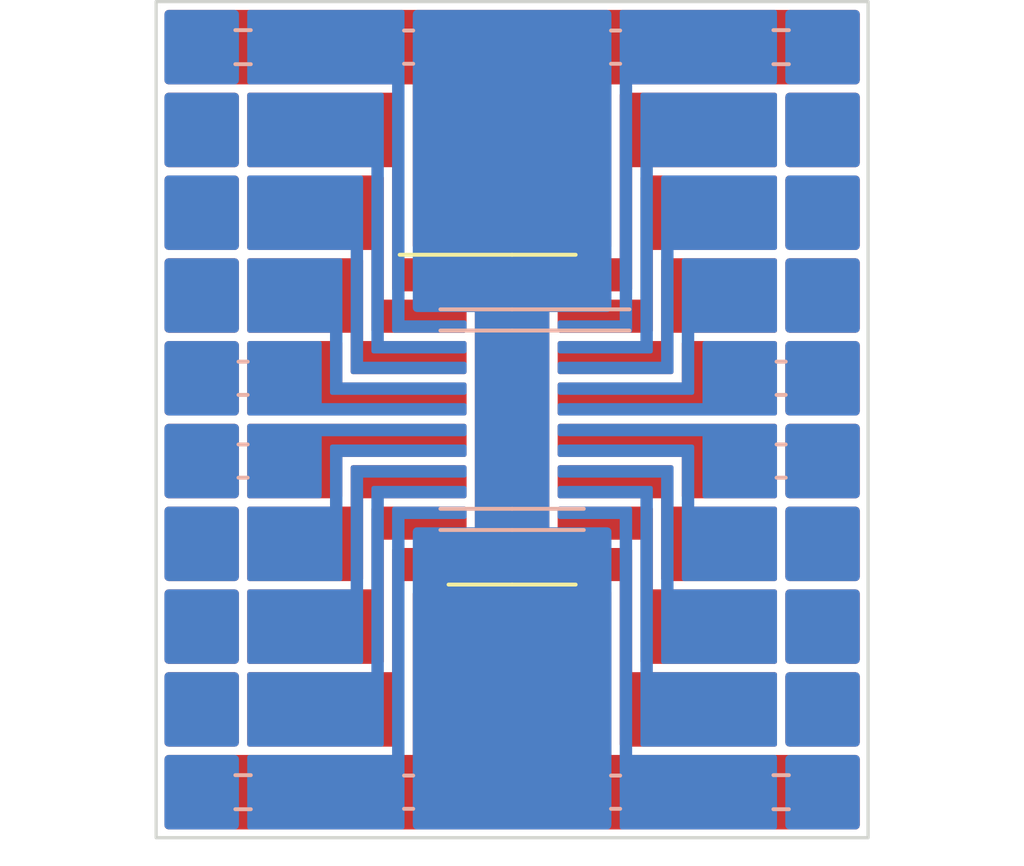
<source format=kicad_pcb>
(kicad_pcb (version 20211014) (generator pcbnew)
  (layers (0 "F.Cu" signal) (31 "B.Cu" signal) (34 "B.Paste" user) (35 "F.Paste" user) (36 "B.SilkS" user "B.Silkscreen") (37 "F.SilkS" user "F.Silkscreen") (38 "B.Mask" user) (39 "F.Mask" user) (44 "Edge.Cuts" user))
  (net 0 "")
  (footprint "Package_SO:SOIC-16_3.9x9.9mm_P1.27mm" (layer "F.Cu") (at 152.4 101.6)
    (fp_text reference "REF**" hide)
    (fp_text value "SOIC-16_3.9x9.9mm_P1.27mm")
    (fp_line (start 0 5.06) (end 1.95 5.06) (layer "F.SilkS") (width 0.12))
    (fp_line (start 0 5.06) (end -1.95 5.06) (layer "F.SilkS") (width 0.12))
    (fp_line (start 0 -5.06) (end -3.45 -5.06) (layer "F.SilkS") (width 0.12))
    (fp_line (start 0 -5.06) (end 1.95 -5.06) (layer "F.SilkS") (width 0.12))
  )
  (footprint "Resistor_SMD:R_0603_1608Metric" (layer "B.Cu") (at 160.655 90.17 180)
    (fp_text reference "REF**" hide)
    (fp_text value "R_0603_1608Metric")
    (fp_line (start -0.237258 0.5225) (end 0.237258 0.5225) (layer "B.SilkS") (width 0.12))
    (fp_line (start -0.237258 -0.5225) (end 0.237258 -0.5225) (layer "B.SilkS") (width 0.12))
  )
  (footprint "Capacitor_SMD:C_0603_1608Metric" (layer "B.Cu") (at 144.145 102.87 180)
    (fp_text reference "REF**" hide)
    (fp_text value "C_0603_1608Metric")
    (fp_line (start -0.14058 0.51) (end 0.14058 0.51) (layer "B.SilkS") (width 0.12))
    (fp_line (start -0.14058 -0.51) (end 0.14058 -0.51) (layer "B.SilkS") (width 0.12))
  )
  (footprint "Capacitor_SMD:C_0603_1608Metric" (layer "B.Cu") (at 149.225 90.17 180)
    (fp_text reference "REF**" hide)
    (fp_text value "C_0603_1608Metric")
    (fp_line (start -0.14058 0.51) (end 0.14058 0.51) (layer "B.SilkS") (width 0.12))
    (fp_line (start -0.14058 -0.51) (end 0.14058 -0.51) (layer "B.SilkS") (width 0.12))
  )
  (footprint "Package_SO:TSSOP-20_4.4x6.5mm_P0.65mm" (layer "B.Cu") (at 152.4 101.6 180)
    (fp_text reference "REF**" hide)
    (fp_text value "TSSOP-20_4.4x6.5mm_P0.65mm")
    (fp_line (start 0 -3.385) (end 2.2 -3.385) (layer "B.SilkS") (width 0.12))
    (fp_line (start 0 3.385) (end 2.2 3.385) (layer "B.SilkS") (width 0.12))
    (fp_line (start 0 -3.385) (end -2.2 -3.385) (layer "B.SilkS") (width 0.12))
    (fp_line (start 0 3.385) (end -3.6 3.385) (layer "B.SilkS") (width 0.12))
  )
  (footprint "Capacitor_SMD:C_0603_1608Metric" (layer "B.Cu") (at 160.655 102.87 180)
    (fp_text reference "REF**" hide)
    (fp_text value "C_0603_1608Metric")
    (fp_line (start -0.14058 -0.51) (end 0.14058 -0.51) (layer "B.SilkS") (width 0.12))
    (fp_line (start -0.14058 0.51) (end 0.14058 0.51) (layer "B.SilkS") (width 0.12))
  )
  (footprint "Capacitor_SMD:C_0603_1608Metric" (layer "B.Cu") (at 155.575 113.03 180)
    (fp_text reference "REF**" hide)
    (fp_text value "C_0603_1608Metric")
    (fp_line (start -0.14058 -0.51) (end 0.14058 -0.51) (layer "B.SilkS") (width 0.12))
    (fp_line (start -0.14058 0.51) (end 0.14058 0.51) (layer "B.SilkS") (width 0.12))
  )
  (footprint "Capacitor_SMD:C_0603_1608Metric" (layer "B.Cu") (at 160.655 100.33 180)
    (fp_text reference "REF**" hide)
    (fp_text value "C_0603_1608Metric")
    (fp_line (start -0.14058 0.51) (end 0.14058 0.51) (layer "B.SilkS") (width 0.12))
    (fp_line (start -0.14058 -0.51) (end 0.14058 -0.51) (layer "B.SilkS") (width 0.12))
  )
  (footprint "Resistor_SMD:R_0603_1608Metric" (layer "B.Cu") (at 144.145 90.17 180)
    (fp_text reference "REF**" hide)
    (fp_text value "R_0603_1608Metric")
    (fp_line (start -0.237258 -0.5225) (end 0.237258 -0.5225) (layer "B.SilkS") (width 0.12))
    (fp_line (start -0.237258 0.5225) (end 0.237258 0.5225) (layer "B.SilkS") (width 0.12))
  )
  (footprint "Capacitor_SMD:C_0603_1608Metric" (layer "B.Cu") (at 155.575 90.17 180)
    (fp_text reference "REF**" hide)
    (fp_text value "C_0603_1608Metric")
    (fp_line (start -0.14058 -0.51) (end 0.14058 -0.51) (layer "B.SilkS") (width 0.12))
    (fp_line (start -0.14058 0.51) (end 0.14058 0.51) (layer "B.SilkS") (width 0.12))
  )
  (footprint "Capacitor_SMD:C_0603_1608Metric" (layer "B.Cu") (at 149.225 113.03 180)
    (fp_text reference "REF**" hide)
    (fp_text value "C_0603_1608Metric")
    (fp_line (start -0.14058 -0.51) (end 0.14058 -0.51) (layer "B.SilkS") (width 0.12))
    (fp_line (start -0.14058 0.51) (end 0.14058 0.51) (layer "B.SilkS") (width 0.12))
  )
  (footprint "Resistor_SMD:R_0603_1608Metric" (layer "B.Cu") (at 160.655 113.03 180)
    (fp_text reference "REF**" hide)
    (fp_text value "R_0603_1608Metric")
    (fp_line (start -0.237258 0.5225) (end 0.237258 0.5225) (layer "B.SilkS") (width 0.12))
    (fp_line (start -0.237258 -0.5225) (end 0.237258 -0.5225) (layer "B.SilkS") (width 0.12))
  )
  (footprint "Package_SO:TSSOP-16_4.4x5mm_P0.65mm" (layer "B.Cu") (at 152.4 101.6 180)
    (fp_text reference "REF**" hide)
    (fp_text value "TSSOP-16_4.4x5mm_P0.65mm")
    (fp_line (start 0 -2.735) (end 2.2 -2.735) (layer "B.SilkS") (width 0.12))
    (fp_line (start 0 -2.735) (end -2.2 -2.735) (layer "B.SilkS") (width 0.12))
    (fp_line (start 0 2.735) (end -3.6 2.735) (layer "B.SilkS") (width 0.12))
    (fp_line (start 0 2.735) (end 2.2 2.735) (layer "B.SilkS") (width 0.12))
  )
  (footprint "Resistor_SMD:R_0603_1608Metric" (layer "B.Cu") (at 144.145 113.03 180)
    (fp_text reference "REF**" hide)
    (fp_text value "R_0603_1608Metric")
    (fp_line (start -0.237258 -0.5225) (end 0.237258 -0.5225) (layer "B.SilkS") (width 0.12))
    (fp_line (start -0.237258 0.5225) (end 0.237258 0.5225) (layer "B.SilkS") (width 0.12))
  )
  (footprint "Capacitor_SMD:C_0603_1608Metric" (layer "B.Cu") (at 144.145 100.33 180)
    (fp_text reference "REF**" hide)
    (fp_text value "C_0603_1608Metric")
    (fp_line (start -0.14058 -0.51) (end 0.14058 -0.51) (layer "B.SilkS") (width 0.12))
    (fp_line (start -0.14058 0.51) (end 0.14058 0.51) (layer "B.SilkS") (width 0.12))
  )
  (gr_rect (start 141.478 88.773) (end 163.322 114.427) (layer "Edge.Cuts") (width 0.1) (fill none))
  (zone (net 0) (net_name "") (layer "F.Cu") (connect_pads yes (clearance 0.127)) (min_thickness 0.127) (fill yes (thermal_gap 0.127) (thermal_bridge_width 0.508) (island_removal_mode 1) (island_area_min 0))
    (polygon (pts (xy 153.797 96.647) (xy 155.702 96.647) (xy 155.702 91.567) (xy 160.528 91.567) (xy 160.528 93.853) (xy 156.083 93.853) (xy 156.083 97.663) (xy 153.797 97.663)))
  )
  (zone (net 0) (net_name "") (layer "F.Cu") (connect_pads (clearance 0.127)) (min_thickness 0.254) (fill yes (thermal_gap 0.508) (thermal_bridge_width 0.508))
    (polygon (pts (xy 163.068 93.853) (xy 160.782 93.853) (xy 160.782 91.567) (xy 163.068 91.567)))
  )
  (zone (net 0) (net_name "") (layer "F.Cu") (connect_pads (clearance 0.127)) (min_thickness 0.254) (fill yes (thermal_gap 0.508) (thermal_bridge_width 0.508))
    (polygon (pts (xy 144.018 96.393) (xy 141.732 96.393) (xy 141.732 94.107) (xy 144.018 94.107)))
  )
  (zone (net 0) (net_name "") (layer "F.Cu") (connect_pads (clearance 0.127)) (min_thickness 0.254) (fill yes (thermal_gap 0.508) (thermal_bridge_width 0.508))
    (polygon (pts (xy 144.018 106.553) (xy 141.732 106.553) (xy 141.732 104.267) (xy 144.018 104.267)))
  )
  (zone (net 0) (net_name "") (layer "F.Cu") (connect_pads yes (clearance 0.127)) (min_thickness 0.127) (fill yes (thermal_gap 0.127) (thermal_bridge_width 0.508) (island_removal_mode 1) (island_area_min 0))
    (polygon (pts (xy 153.797 99.187) (xy 156.972 99.187) (xy 156.972 96.647) (xy 160.528 96.647) (xy 160.528 98.933) (xy 157.353 98.933) (xy 157.353 100.203) (xy 153.797 100.203)))
  )
  (zone (net 0) (net_name "") (layer "F.Cu") (connect_pads yes (clearance 0.127)) (min_thickness 0.127) (fill yes (thermal_gap 0.127) (thermal_bridge_width 0.508) (island_removal_mode 1) (island_area_min 0))
    (polygon (pts (xy 156.972 106.553) (xy 156.972 104.013) (xy 153.797 104.013) (xy 153.797 102.997) (xy 157.353 102.997) (xy 157.353 104.267) (xy 160.528 104.267) (xy 160.528 106.553)))
  )
  (zone (net 0) (net_name "") (layer "F.Cu") (connect_pads (clearance 0.127)) (min_thickness 0.254) (fill yes (thermal_gap 0.508) (thermal_bridge_width 0.508))
    (polygon (pts (xy 163.068 91.313) (xy 155.448 91.313) (xy 155.448 96.393) (xy 153.543 96.393) (xy 153.543 106.807) (xy 155.448 106.807) (xy 155.448 111.887) (xy 163.068 111.887) (xy 163.068 114.173) (xy 141.732 114.173) (xy 141.732 111.887) (xy 149.352 111.887) (xy 149.352 106.807) (xy 151.257 106.807) (xy 151.257 96.393) (xy 149.352 96.393) (xy 149.352 91.313) (xy 141.732 91.313) (xy 141.732 89.027) (xy 163.068 89.027)))
  )
  (zone (net 0) (net_name "") (layer "F.Cu") (connect_pads (clearance 0.127)) (min_thickness 0.254) (fill yes (thermal_gap 0.508) (thermal_bridge_width 0.508))
    (polygon (pts (xy 163.068 96.393) (xy 160.782 96.393) (xy 160.782 94.107) (xy 163.068 94.107)))
  )
  (zone (net 0) (net_name "") (layer "F.Cu") (connect_pads (clearance 0.127)) (min_thickness 0.254) (fill yes (thermal_gap 0.508) (thermal_bridge_width 0.508))
    (polygon (pts (xy 144.018 109.093) (xy 141.732 109.093) (xy 141.732 106.807) (xy 144.018 106.807)))
  )
  (zone (net 0) (net_name "") (layer "F.Cu") (connect_pads (clearance 0.127)) (min_thickness 0.254) (fill yes (thermal_gap 0.508) (thermal_bridge_width 0.508))
    (polygon (pts (xy 163.068 106.553) (xy 160.782 106.553) (xy 160.782 104.267) (xy 163.068 104.267)))
  )
  (zone (net 0) (net_name "") (layer "F.Cu") (connect_pads yes (clearance 0.127)) (min_thickness 0.127) (fill yes (thermal_gap 0.127) (thermal_bridge_width 0.508) (island_removal_mode 1) (island_area_min 0))
    (polygon (pts (xy 156.337 109.093) (xy 156.337 105.283) (xy 153.797 105.283) (xy 153.797 104.267) (xy 156.718 104.267) (xy 156.718 106.807) (xy 160.528 106.807) (xy 160.528 109.093)))
  )
  (zone (net 0) (net_name "") (layer "F.Cu") (connect_pads (clearance 0.127)) (min_thickness 0.254) (fill yes (thermal_gap 0.508) (thermal_bridge_width 0.508))
    (polygon (pts (xy 163.068 109.093) (xy 160.782 109.093) (xy 160.782 106.807) (xy 163.068 106.807)))
  )
  (zone (net 0) (net_name "") (layer "F.Cu") (connect_pads (clearance 0.127)) (min_thickness 0.254) (fill yes (thermal_gap 0.508) (thermal_bridge_width 0.508))
    (polygon (pts (xy 144.018 104.013) (xy 141.732 104.013) (xy 141.732 101.727) (xy 144.018 101.727)))
  )
  (zone (net 0) (net_name "") (layer "F.Cu") (connect_pads yes (clearance 0.127)) (min_thickness 0.127) (fill yes (thermal_gap 0.127) (thermal_bridge_width 0.508) (island_removal_mode 1) (island_area_min 0))
    (polygon (pts (xy 155.702 111.633) (xy 155.702 106.553) (xy 153.797 106.553) (xy 153.797 105.537) (xy 156.083 105.537) (xy 156.083 109.347) (xy 160.528 109.347) (xy 160.528 111.633)))
  )
  (zone (net 0) (net_name "") (layer "F.Cu") (connect_pads yes (clearance 0.127)) (min_thickness 0.127) (fill yes (thermal_gap 0.127) (thermal_bridge_width 0.508) (island_removal_mode 1) (island_area_min 0))
    (polygon (pts (xy 148.463 94.107) (xy 148.463 97.917) (xy 151.003 97.917) (xy 151.003 98.933) (xy 148.082 98.933) (xy 148.082 96.393) (xy 144.272 96.393) (xy 144.272 94.107)))
  )
  (zone (net 0) (net_name "") (layer "F.Cu") (connect_pads (clearance 0.127)) (min_thickness 0.254) (fill yes (thermal_gap 0.508) (thermal_bridge_width 0.508))
    (polygon (pts (xy 163.068 111.633) (xy 160.782 111.633) (xy 160.782 109.347) (xy 163.068 109.347)))
  )
  (zone (net 0) (net_name "") (layer "F.Cu") (connect_pads yes (clearance 0.127)) (min_thickness 0.127) (fill yes (thermal_gap 0.127) (thermal_bridge_width 0.508) (island_removal_mode 1) (island_area_min 0))
    (polygon (pts (xy 151.003 102.743) (xy 147.193 102.743) (xy 147.193 104.013) (xy 144.272 104.013) (xy 144.272 101.727) (xy 151.003 101.727)))
  )
  (zone (net 0) (net_name "") (layer "F.Cu") (connect_pads (clearance 0.127)) (min_thickness 0.254) (fill yes (thermal_gap 0.508) (thermal_bridge_width 0.508))
    (polygon (pts (xy 163.068 101.473) (xy 160.782 101.473) (xy 160.782 99.187) (xy 163.068 99.187)))
  )
  (zone (net 0) (net_name "") (layer "F.Cu") (connect_pads yes (clearance 0.127)) (min_thickness 0.127) (fill yes (thermal_gap 0.127) (thermal_bridge_width 0.508) (island_removal_mode 1) (island_area_min 0))
    (polygon (pts (xy 153.797 100.457) (xy 157.607 100.457) (xy 157.607 99.187) (xy 160.528 99.187) (xy 160.528 101.473) (xy 153.797 101.473)))
  )
  (zone (net 0) (net_name "") (layer "F.Cu") (connect_pads yes (clearance 0.127)) (min_thickness 0.127) (fill yes (thermal_gap 0.127) (thermal_bridge_width 0.508) (island_removal_mode 1) (island_area_min 0))
    (polygon (pts (xy 149.098 91.567) (xy 149.098 96.647) (xy 151.003 96.647) (xy 151.003 97.663) (xy 148.717 97.663) (xy 148.717 93.853) (xy 144.272 93.853) (xy 144.272 91.567)))
  )
  (zone (net 0) (net_name "") (layer "F.Cu") (connect_pads yes (clearance 0.127)) (min_thickness 0.127) (fill yes (thermal_gap 0.127) (thermal_bridge_width 0.508) (island_removal_mode 1) (island_area_min 0))
    (polygon (pts (xy 151.003 106.553) (xy 149.098 106.553) (xy 149.098 111.633) (xy 144.272 111.633) (xy 144.272 109.347) (xy 148.717 109.347) (xy 148.717 105.537) (xy 151.003 105.537)))
  )
  (zone (net 0) (net_name "") (layer "F.Cu") (connect_pads yes (clearance 0.127)) (min_thickness 0.127) (fill yes (thermal_gap 0.127) (thermal_bridge_width 0.508) (island_removal_mode 1) (island_area_min 0))
    (polygon (pts (xy 153.797 97.917) (xy 156.337 97.917) (xy 156.337 94.107) (xy 160.528 94.107) (xy 160.528 96.393) (xy 156.718 96.393) (xy 156.718 98.933) (xy 153.797 98.933)))
  )
  (zone (net 0) (net_name "") (layer "F.Cu") (connect_pads (clearance 0.127)) (min_thickness 0.254) (fill yes (thermal_gap 0.508) (thermal_bridge_width 0.508))
    (polygon (pts (xy 144.018 101.473) (xy 141.732 101.473) (xy 141.732 99.187) (xy 144.018 99.187)))
  )
  (zone (net 0) (net_name "") (layer "F.Cu") (connect_pads (clearance 0.127)) (min_thickness 0.254) (fill yes (thermal_gap 0.508) (thermal_bridge_width 0.508))
    (polygon (pts (xy 163.068 104.013) (xy 160.782 104.013) (xy 160.782 101.727) (xy 163.068 101.727)))
  )
  (zone (net 0) (net_name "") (layer "F.Cu") (connect_pads yes (clearance 0.127)) (min_thickness 0.127) (fill yes (thermal_gap 0.127) (thermal_bridge_width 0.508) (island_removal_mode 1) (island_area_min 0))
    (polygon (pts (xy 157.607 102.743) (xy 153.797 102.743) (xy 153.797 101.727) (xy 160.528 101.727) (xy 160.528 104.013) (xy 157.607 104.013)))
  )
  (zone (net 0) (net_name "") (layer "F.Cu") (connect_pads (clearance 0.127)) (min_thickness 0.254) (fill yes (thermal_gap 0.508) (thermal_bridge_width 0.508))
    (polygon (pts (xy 163.068 98.933) (xy 160.782 98.933) (xy 160.782 96.647) (xy 163.068 96.647)))
  )
  (zone (net 0) (net_name "") (layer "F.Cu") (connect_pads (clearance 0.127)) (min_thickness 0.254) (fill yes (thermal_gap 0.508) (thermal_bridge_width 0.508))
    (polygon (pts (xy 144.018 111.633) (xy 141.732 111.633) (xy 141.732 109.347) (xy 144.018 109.347)))
  )
  (zone (net 0) (net_name "") (layer "F.Cu") (connect_pads yes (clearance 0.127)) (min_thickness 0.127) (fill yes (thermal_gap 0.127) (thermal_bridge_width 0.508) (island_removal_mode 1) (island_area_min 0))
    (polygon (pts (xy 147.828 96.647) (xy 147.828 99.187) (xy 151.003 99.187) (xy 151.003 100.203) (xy 147.447 100.203) (xy 147.447 98.933) (xy 144.272 98.933) (xy 144.272 96.647)))
  )
  (zone (net 0) (net_name "") (layer "F.Cu") (connect_pads (clearance 0.127)) (min_thickness 0.254) (fill yes (thermal_gap 0.508) (thermal_bridge_width 0.508))
    (polygon (pts (xy 144.018 93.853) (xy 141.732 93.853) (xy 141.732 91.567) (xy 144.018 91.567)))
  )
  (zone (net 0) (net_name "") (layer "F.Cu") (connect_pads (clearance 0.127)) (min_thickness 0.254) (fill yes (thermal_gap 0.508) (thermal_bridge_width 0.508))
    (polygon (pts (xy 144.018 98.933) (xy 141.732 98.933) (xy 141.732 96.647) (xy 144.018 96.647)))
  )
  (zone (net 0) (net_name "") (layer "F.Cu") (connect_pads yes (clearance 0.127)) (min_thickness 0.127) (fill yes (thermal_gap 0.127) (thermal_bridge_width 0.508) (island_removal_mode 1) (island_area_min 0))
    (polygon (pts (xy 147.193 100.457) (xy 151.003 100.457) (xy 151.003 101.473) (xy 144.272 101.473) (xy 144.272 99.187) (xy 147.193 99.187)))
  )
  (zone (net 0) (net_name "") (layer "F.Cu") (connect_pads yes (clearance 0.127)) (min_thickness 0.127) (fill yes (thermal_gap 0.127) (thermal_bridge_width 0.508) (island_removal_mode 1) (island_area_min 0))
    (polygon (pts (xy 151.003 105.283) (xy 148.463 105.283) (xy 148.463 109.093) (xy 144.272 109.093) (xy 144.272 106.807) (xy 148.082 106.807) (xy 148.082 104.267) (xy 151.003 104.267)))
  )
  (zone (net 0) (net_name "") (layer "F.Cu") (connect_pads yes (clearance 0.127)) (min_thickness 0.127) (fill yes (thermal_gap 0.127) (thermal_bridge_width 0.508) (island_removal_mode 1) (island_area_min 0))
    (polygon (pts (xy 151.003 104.013) (xy 147.828 104.013) (xy 147.828 106.553) (xy 144.272 106.553) (xy 144.272 104.267) (xy 147.447 104.267) (xy 147.447 102.997) (xy 151.003 102.997)))
  )
  (zone (net 0) (net_name "") (layer "B.Cu") (connect_pads yes (clearance 0.127)) (min_thickness 0.127) (fill yes (thermal_gap 0.127) (thermal_bridge_width 0.508) (island_removal_mode 1) (island_area_min 0))
    (polygon (pts (xy 151.003 100.457) (xy 147.193 100.457) (xy 147.193 96.647) (xy 144.272 96.647) (xy 144.272 98.933) (xy 146.812 98.933) (xy 146.812 100.838) (xy 151.003 100.838)))
  )
  (zone (net 0) (net_name "") (layer "B.Cu") (connect_pads yes (clearance 0.127)) (min_thickness 0.127) (fill yes (thermal_gap 0.127) (thermal_bridge_width 0.508) (island_removal_mode 1) (island_area_min 0))
    (polygon (pts (xy 151.003 99.187) (xy 148.463 99.187) (xy 148.463 91.567) (xy 144.272 91.567) (xy 144.272 93.853) (xy 148.082 93.853) (xy 148.082 99.568) (xy 151.003 99.568)))
  )
  (zone (net 0) (net_name "") (layer "B.Cu") (connect_pads (clearance 0.127)) (min_thickness 0.254) (fill yes (thermal_gap 0.508) (thermal_bridge_width 0.508))
    (polygon (pts (xy 149.352 98.298) (xy 151.257 98.298) (xy 151.257 104.902) (xy 149.352 104.902) (xy 149.352 114.173) (xy 155.448 114.173) (xy 155.448 104.902) (xy 153.543 104.902) (xy 153.543 98.298) (xy 155.448 98.298) (xy 155.448 89.027) (xy 149.352 89.027)))
  )
  (zone (net 0) (net_name "") (layer "B.Cu") (connect_pads yes (clearance 0.127)) (min_thickness 0.127) (fill yes (thermal_gap 0.127) (thermal_bridge_width 0.508) (island_removal_mode 1) (island_area_min 0))
    (polygon (pts (xy 156.337 91.567) (xy 156.337 99.187) (xy 153.797 99.187) (xy 153.797 99.568) (xy 156.718 99.568) (xy 156.718 93.853) (xy 160.528 93.853) (xy 160.528 91.567)))
  )
  (zone (net 0) (net_name "") (layer "B.Cu") (connect_pads (clearance 0.127)) (min_thickness 0.254) (fill yes (thermal_gap 0.508) (thermal_bridge_width 0.508))
    (polygon (pts (xy 160.782 111.633) (xy 163.068 111.633) (xy 163.068 109.347) (xy 160.782 109.347)))
  )
  (zone (net 0) (net_name "") (layer "B.Cu") (connect_pads (clearance 0.127)) (min_thickness 0.254) (fill yes (thermal_gap 0.508) (thermal_bridge_width 0.508))
    (polygon (pts (xy 141.732 91.313) (xy 144.018 91.313) (xy 144.018 89.027) (xy 141.732 89.027)))
  )
  (zone (net 0) (net_name "") (layer "B.Cu") (connect_pads yes (clearance 0.127)) (min_thickness 0.127) (fill yes (thermal_gap 0.127) (thermal_bridge_width 0.508) (island_removal_mode 1) (island_area_min 0))
    (polygon (pts (xy 153.797 103.378) (xy 156.972 103.378) (xy 156.972 109.093) (xy 160.528 109.093) (xy 160.528 106.807) (xy 157.353 106.807) (xy 157.353 102.997) (xy 153.797 102.997)))
  )
  (zone (net 0) (net_name "") (layer "B.Cu") (connect_pads yes (clearance 0.127)) (min_thickness 0.127) (fill yes (thermal_gap 0.127) (thermal_bridge_width 0.508) (island_removal_mode 1) (island_area_min 0))
    (polygon (pts (xy 149.098 114.173) (xy 149.098 104.648) (xy 151.003 104.648) (xy 151.003 104.267) (xy 148.717 104.267) (xy 148.717 111.887) (xy 144.272 111.887) (xy 144.272 114.173)))
  )
  (zone (net 0) (net_name "") (layer "B.Cu") (connect_pads yes (clearance 0.127)) (min_thickness 0.127) (fill yes (thermal_gap 0.127) (thermal_bridge_width 0.508) (island_removal_mode 1) (island_area_min 0))
    (polygon (pts (xy 156.972 94.107) (xy 156.972 99.822) (xy 153.797 99.822) (xy 153.797 100.203) (xy 157.353 100.203) (xy 157.353 96.393) (xy 160.528 96.393) (xy 160.528 94.107)))
  )
  (zone (net 0) (net_name "") (layer "B.Cu") (connect_pads yes (clearance 0.127)) (min_thickness 0.127) (fill yes (thermal_gap 0.127) (thermal_bridge_width 0.508) (island_removal_mode 1) (island_area_min 0))
    (polygon (pts (xy 147.193 106.553) (xy 147.193 102.743) (xy 151.003 102.743) (xy 151.003 102.362) (xy 146.812 102.362) (xy 146.812 104.267) (xy 144.272 104.267) (xy 144.272 106.553)))
  )
  (zone (net 0) (net_name "") (layer "B.Cu") (connect_pads yes (clearance 0.127)) (min_thickness 0.127) (fill yes (thermal_gap 0.127) (thermal_bridge_width 0.508) (island_removal_mode 1) (island_area_min 0))
    (polygon (pts (xy 148.463 111.633) (xy 148.463 104.013) (xy 151.003 104.013) (xy 151.003 103.632) (xy 148.082 103.632) (xy 148.082 109.347) (xy 144.272 109.347) (xy 144.272 111.633)))
  )
  (zone (net 0) (net_name "") (layer "B.Cu") (connect_pads yes (clearance 0.127)) (min_thickness 0.127) (fill yes (thermal_gap 0.127) (thermal_bridge_width 0.508) (island_removal_mode 1) (island_area_min 0))
    (polygon (pts (xy 155.702 89.027) (xy 155.702 98.552) (xy 153.797 98.552) (xy 153.797 98.933) (xy 156.083 98.933) (xy 156.083 91.313) (xy 160.528 91.313) (xy 160.528 89.027)))
  )
  (zone (net 0) (net_name "") (layer "B.Cu") (connect_pads yes (clearance 0.127)) (min_thickness 0.127) (fill yes (thermal_gap 0.127) (thermal_bridge_width 0.508) (island_removal_mode 1) (island_area_min 0))
    (polygon (pts (xy 153.797 104.648) (xy 155.702 104.648) (xy 155.702 114.173) (xy 160.528 114.173) (xy 160.528 111.887) (xy 156.083 111.887) (xy 156.083 104.267) (xy 153.797 104.267)))
  )
  (zone (net 0) (net_name "") (layer "B.Cu") (connect_pads (clearance 0.127)) (min_thickness 0.254) (fill yes (thermal_gap 0.508) (thermal_bridge_width 0.508))
    (polygon (pts (xy 160.782 109.093) (xy 163.068 109.093) (xy 163.068 106.807) (xy 160.782 106.807)))
  )
  (zone (net 0) (net_name "") (layer "B.Cu") (connect_pads (clearance 0.127)) (min_thickness 0.254) (fill yes (thermal_gap 0.508) (thermal_bridge_width 0.508))
    (polygon (pts (xy 160.782 101.473) (xy 163.068 101.473) (xy 163.068 99.187) (xy 160.782 99.187)))
  )
  (zone (net 0) (net_name "") (layer "B.Cu") (connect_pads yes (clearance 0.127)) (min_thickness 0.127) (fill yes (thermal_gap 0.127) (thermal_bridge_width 0.508) (island_removal_mode 1) (island_area_min 0))
    (polygon (pts (xy 158.242 101.092) (xy 153.797 101.092) (xy 153.797 101.473) (xy 160.528 101.473) (xy 160.528 99.187) (xy 158.242 99.187)))
  )
  (zone (net 0) (net_name "") (layer "B.Cu") (connect_pads yes (clearance 0.127)) (min_thickness 0.127) (fill yes (thermal_gap 0.127) (thermal_bridge_width 0.508) (island_removal_mode 1) (island_area_min 0))
    (polygon (pts (xy 151.003 101.092) (xy 146.558 101.092) (xy 146.558 99.187) (xy 144.272 99.187) (xy 144.272 101.473) (xy 151.003 101.473)))
  )
  (zone (net 0) (net_name "") (layer "B.Cu") (connect_pads yes (clearance 0.127)) (min_thickness 0.127) (fill yes (thermal_gap 0.127) (thermal_bridge_width 0.508) (island_removal_mode 1) (island_area_min 0))
    (polygon (pts (xy 153.797 102.743) (xy 157.607 102.743) (xy 157.607 106.553) (xy 160.528 106.553) (xy 160.528 104.267) (xy 157.988 104.267) (xy 157.988 102.362) (xy 153.797 102.362)))
  )
  (zone (net 0) (net_name "") (layer "B.Cu") (connect_pads (clearance 0.127)) (min_thickness 0.254) (fill yes (thermal_gap 0.508) (thermal_bridge_width 0.508))
    (polygon (pts (xy 160.782 106.553) (xy 163.068 106.553) (xy 163.068 104.267) (xy 160.782 104.267)))
  )
  (zone (net 0) (net_name "") (layer "B.Cu") (connect_pads (clearance 0.127)) (min_thickness 0.254) (fill yes (thermal_gap 0.508) (thermal_bridge_width 0.508))
    (polygon (pts (xy 141.732 104.013) (xy 144.018 104.013) (xy 144.018 101.727) (xy 141.732 101.727)))
  )
  (zone (net 0) (net_name "") (layer "B.Cu") (connect_pads (clearance 0.127)) (min_thickness 0.254) (fill yes (thermal_gap 0.508) (thermal_bridge_width 0.508))
    (polygon (pts (xy 160.782 93.853) (xy 163.068 93.853) (xy 163.068 91.567) (xy 160.782 91.567)))
  )
  (zone (net 0) (net_name "") (layer "B.Cu") (connect_pads (clearance 0.127)) (min_thickness 0.254) (fill yes (thermal_gap 0.508) (thermal_bridge_width 0.508))
    (polygon (pts (xy 160.782 91.313) (xy 163.068 91.313) (xy 163.068 89.027) (xy 160.782 89.027)))
  )
  (zone (net 0) (net_name "") (layer "B.Cu") (connect_pads yes (clearance 0.127)) (min_thickness 0.127) (fill yes (thermal_gap 0.127) (thermal_bridge_width 0.508) (island_removal_mode 1) (island_area_min 0))
    (polygon (pts (xy 151.003 98.552) (xy 149.098 98.552) (xy 149.098 89.027) (xy 144.272 89.027) (xy 144.272 91.313) (xy 148.717 91.313) (xy 148.717 98.933) (xy 151.003 98.933)))
  )
  (zone (net 0) (net_name "") (layer "B.Cu") (connect_pads (clearance 0.127)) (min_thickness 0.254) (fill yes (thermal_gap 0.508) (thermal_bridge_width 0.508))
    (polygon (pts (xy 141.732 101.473) (xy 144.018 101.473) (xy 144.018 99.187) (xy 141.732 99.187)))
  )
  (zone (net 0) (net_name "") (layer "B.Cu") (connect_pads yes (clearance 0.127)) (min_thickness 0.127) (fill yes (thermal_gap 0.127) (thermal_bridge_width 0.508) (island_removal_mode 1) (island_area_min 0))
    (polygon (pts (xy 146.558 102.108) (xy 151.003 102.108) (xy 151.003 101.727) (xy 144.272 101.727) (xy 144.272 104.013) (xy 146.558 104.013)))
  )
  (zone (net 0) (net_name "") (layer "B.Cu") (connect_pads (clearance 0.127)) (min_thickness 0.254) (fill yes (thermal_gap 0.508) (thermal_bridge_width 0.508))
    (polygon (pts (xy 141.732 98.933) (xy 144.018 98.933) (xy 144.018 96.647) (xy 141.732 96.647)))
  )
  (zone (net 0) (net_name "") (layer "B.Cu") (connect_pads yes (clearance 0.127)) (min_thickness 0.127) (fill yes (thermal_gap 0.127) (thermal_bridge_width 0.508) (island_removal_mode 1) (island_area_min 0))
    (polygon (pts (xy 157.607 96.647) (xy 157.607 100.457) (xy 153.797 100.457) (xy 153.797 100.838) (xy 157.988 100.838) (xy 157.988 98.933) (xy 160.528 98.933) (xy 160.528 96.647)))
  )
  (zone (net 0) (net_name "") (layer "B.Cu") (connect_pads (clearance 0.127)) (min_thickness 0.254) (fill yes (thermal_gap 0.508) (thermal_bridge_width 0.508))
    (polygon (pts (xy 141.732 111.633) (xy 144.018 111.633) (xy 144.018 109.347) (xy 141.732 109.347)))
  )
  (zone (net 0) (net_name "") (layer "B.Cu") (connect_pads yes (clearance 0.127)) (min_thickness 0.127) (fill yes (thermal_gap 0.127) (thermal_bridge_width 0.508) (island_removal_mode 1) (island_area_min 0))
    (polygon (pts (xy 153.797 104.013) (xy 156.337 104.013) (xy 156.337 111.633) (xy 160.528 111.633) (xy 160.528 109.347) (xy 156.718 109.347) (xy 156.718 103.632) (xy 153.797 103.632)))
  )
  (zone (net 0) (net_name "") (layer "B.Cu") (connect_pads (clearance 0.127)) (min_thickness 0.254) (fill yes (thermal_gap 0.508) (thermal_bridge_width 0.508))
    (polygon (pts (xy 141.732 93.853) (xy 144.018 93.853) (xy 144.018 91.567) (xy 141.732 91.567)))
  )
  (zone (net 0) (net_name "") (layer "B.Cu") (connect_pads (clearance 0.127)) (min_thickness 0.254) (fill yes (thermal_gap 0.508) (thermal_bridge_width 0.508))
    (polygon (pts (xy 160.782 98.933) (xy 163.068 98.933) (xy 163.068 96.647) (xy 160.782 96.647)))
  )
  (zone (net 0) (net_name "") (layer "B.Cu") (connect_pads (clearance 0.127)) (min_thickness 0.254) (fill yes (thermal_gap 0.508) (thermal_bridge_width 0.508))
    (polygon (pts (xy 141.732 109.093) (xy 144.018 109.093) (xy 144.018 106.807) (xy 141.732 106.807)))
  )
  (zone (net 0) (net_name "") (layer "B.Cu") (connect_pads yes (clearance 0.127)) (min_thickness 0.127) (fill yes (thermal_gap 0.127) (thermal_bridge_width 0.508) (island_removal_mode 1) (island_area_min 0))
    (polygon (pts (xy 153.797 102.108) (xy 158.242 102.108) (xy 158.242 104.013) (xy 160.528 104.013) (xy 160.528 101.727) (xy 153.797 101.727)))
  )
  (zone (net 0) (net_name "") (layer "B.Cu") (connect_pads (clearance 0.127)) (min_thickness 0.254) (fill yes (thermal_gap 0.508) (thermal_bridge_width 0.508))
    (polygon (pts (xy 160.782 114.173) (xy 163.068 114.173) (xy 163.068 111.887) (xy 160.782 111.887)))
  )
  (zone (net 0) (net_name "") (layer "B.Cu") (connect_pads yes (clearance 0.127)) (min_thickness 0.127) (fill yes (thermal_gap 0.127) (thermal_bridge_width 0.508) (island_removal_mode 1) (island_area_min 0))
    (polygon (pts (xy 151.003 99.822) (xy 147.828 99.822) (xy 147.828 94.107) (xy 144.272 94.107) (xy 144.272 96.393) (xy 147.447 96.393) (xy 147.447 100.203) (xy 151.003 100.203)))
  )
  (zone (net 0) (net_name "") (layer "B.Cu") (connect_pads (clearance 0.127)) (min_thickness 0.254) (fill yes (thermal_gap 0.508) (thermal_bridge_width 0.508))
    (polygon (pts (xy 141.732 114.173) (xy 144.018 114.173) (xy 144.018 111.887) (xy 141.732 111.887)))
  )
  (zone (net 0) (net_name "") (layer "B.Cu") (connect_pads (clearance 0.127)) (min_thickness 0.254) (fill yes (thermal_gap 0.508) (thermal_bridge_width 0.508))
    (polygon (pts (xy 160.782 96.393) (xy 163.068 96.393) (xy 163.068 94.107) (xy 160.782 94.107)))
  )
  (zone (net 0) (net_name "") (layer "B.Cu") (connect_pads yes (clearance 0.127)) (min_thickness 0.127) (fill yes (thermal_gap 0.127) (thermal_bridge_width 0.508) (island_removal_mode 1) (island_area_min 0))
    (polygon (pts (xy 147.828 109.093) (xy 147.828 103.378) (xy 151.003 103.378) (xy 151.003 102.997) (xy 147.447 102.997) (xy 147.447 106.807) (xy 144.272 106.807) (xy 144.272 109.093)))
  )
  (zone (net 0) (net_name "") (layer "B.Cu") (connect_pads (clearance 0.127)) (min_thickness 0.254) (fill yes (thermal_gap 0.508) (thermal_bridge_width 0.508))
    (polygon (pts (xy 160.782 104.013) (xy 163.068 104.013) (xy 163.068 101.727) (xy 160.782 101.727)))
  )
  (zone (net 0) (net_name "") (layer "B.Cu") (connect_pads (clearance 0.127)) (min_thickness 0.254) (fill yes (thermal_gap 0.508) (thermal_bridge_width 0.508))
    (polygon (pts (xy 141.732 106.553) (xy 144.018 106.553) (xy 144.018 104.267) (xy 141.732 104.267)))
  )
  (zone (net 0) (net_name "") (layer "B.Cu") (connect_pads (clearance 0.127)) (min_thickness 0.254) (fill yes (thermal_gap 0.508) (thermal_bridge_width 0.508))
    (polygon (pts (xy 141.732 96.393) (xy 144.018 96.393) (xy 144.018 94.107) (xy 141.732 94.107)))
  )
)
</source>
